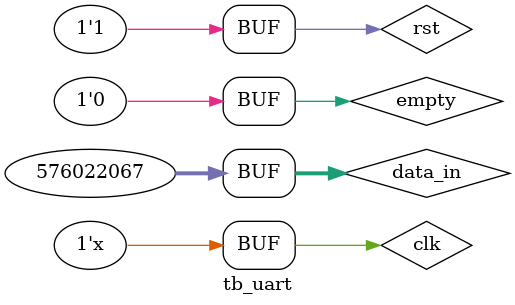
<source format=v>
`timescale 1ns / 1ps


module tb_uart;

	// Inputs
	reg clk;
	reg [31:0] data_in;
	reg rst;
	reg empty;

	// Outputs
	wire [7:0] data_out;
	wire rd_en;
	wire pulse;

	// Instantiate the Unit Under Test (UUT)
	uart_tx uut (
		.clk(clk), 
		.data_in(data_in), 
		.rst(rst), 
		.data_out(data_out), 
		.empty(empty), 
		.rd_en(rd_en), 
		.pulse(pulse)
	);

	initial begin
		// Initialize Inputs
		clk = 0;
		data_in = 0;
		rst = 0;
		empty = 1;
		#100
		rst = 1;
		#100
		data_in = 32'h22556633;
		#100
		empty = 0;
		// Wait 100 ns for global reset to finish
		#100000;
        
		// Add stimulus here

	end
    always #10 clk =~clk; 
endmodule


</source>
